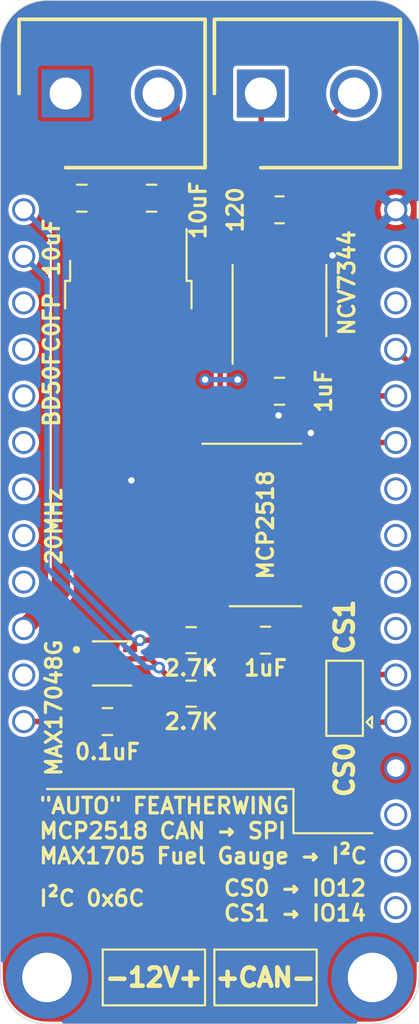
<source format=kicad_pcb>
(kicad_pcb (version 20210108) (generator pcbnew)
  (layers (0 "F.Cu" signal) (31 "B.Cu" signal) (35 "F.Paste" user) (37 "F.SilkS" user "F.Silkscreen") (38 "B.Mask" user) (39 "F.Mask" user) (44 "Edge.Cuts" user))
  (net 0 "")
  (net 1 "SDA")
  (net 2 "SDL")
  (net 3 "Net-(J1-Pad10)")
  (net 4 "Net-(J1-Pad9)")
  (net 5 "Net-(J1-Pad8)")
  (net 6 "Net-(J1-Pad7)")
  (net 7 "Net-(J1-Pad6)")
  (net 8 "Net-(J1-Pad5)")
  (net 9 "Net-(J1-Pad4)")
  (net 10 "+5V")
  (net 11 "Net-(J1-Pad2)")
  (net 12 "+BATT")
  (net 13 "Net-(J2-Pad16)")
  (net 14 "Net-(J2-Pad15)")
  (net 15 "Net-(J2-Pad14)")
  (net 16 "GND")
  (net 17 "Net-(J2-Pad10)")
  (net 18 "Net-(J2-Pad9)")
  (net 19 "Net-(J2-Pad8)")
  (net 20 "Net-(J2-Pad7)")
  (net 21 "SCK")
  (net 22 "SDO")
  (net 23 "SDI")
  (net 24 "Net-(J2-Pad3)")
  (net 25 "Net-(J2-Pad2)")
  (net 26 "+3V3")
  (net 27 "Net-(CAN0-Pad1)")
  (net 28 "Net-(CAN0-Pad2)")
  (net 29 "VCC")
  (net 30 "no_connect_41")
  (net 31 "Net-(IC2-Pad4)")
  (net 32 "Net-(IC2-Pad1)")
  (net 33 "Net-(U1-Pad5)")
  (net 34 "no_connect_40")
  (net 35 "CS")
  (net 36 "Net-(U2-Pad9)")
  (net 37 "no_connect_42")
  (net 38 "Net-(U2-Pad8)")
  (net 39 "Net-(U2-Pad4)")
  (net 40 "SYSCLK")
  (net 41 "~CS1")
  (net 42 "~CS0")
  (footprint "Package_TO_SOT_SMD:TO-252-3_TabPin2" (layer "F.Cu") (at 139.065 93.98 -90)
    (fp_text reference "IC1" hide)
    (fp_text value "BD50FC0FP" (at 5.588 4.191 90) (layer "F.SilkS") (effects (font (size 0.85 0.85) (thickness 0.175)) (justify left)))
    (fp_line (start -2.47 -3.45) (end -2.47 -3.18) (layer "F.SilkS") (width 0.12))
    (fp_line (start -2.47 -3.18) (end -5.3 -3.18) (layer "F.SilkS") (width 0.12))
    (fp_line (start -2.47 3.45) (end -2.47 3.18) (layer "F.SilkS") (width 0.12))
    (fp_line (start -0.97 -3.45) (end -2.47 -3.45) (layer "F.SilkS") (width 0.12))
    (fp_line (start -0.97 3.45) (end -2.47 3.45) (layer "F.SilkS") (width 0.12))
    (fp_line (start -2.47 3.18) (end -3.57 3.18) (layer "F.SilkS") (width 0.12))
    (pad "1" smd rect (at -4.2 -2.28 270) (size 2.2 1.2) (layers "F.Cu" "F.Paste" "F.Mask") (net 29 "VCC"))
    (pad "2" smd rect (at 2.1 0 270) (size 6.4 5.8) (layers "F.Cu" "F.Mask") (net 16 "GND"))
    (pad "2" smd rect (at -4.2 0 270) (size 2.2 1.2) (layers "F.Cu" "F.Paste" "F.Mask") (net 16 "GND"))
    (pad "3" smd rect (at -4.2 2.28 270) (size 2.2 1.2) (layers "F.Cu" "F.Paste" "F.Mask") (net 10 "+5V"))
  )
  (footprint "Capacitor_SMD:C_0805_2012Metric_Pad1.18x1.45mm_HandSolder" (layer "F.Cu") (at 136.525 86.995)
    (fp_text reference "C3" hide)
    (fp_text value "10uF" (at -1.651 1.016 270) (layer "F.SilkS") (effects (font (size 0.85 0.85) (thickness 0.175)) (justify right)))
    (fp_line (start -0.261252 -0.735) (end 0.261252 -0.735) (layer "F.SilkS") (width 0.12))
    (fp_line (start -0.261252 0.735) (end 0.261252 0.735) (layer "F.SilkS") (width 0.12))
    (pad "1" smd roundrect (at -1.0375 0) (size 1.175 1.45) (layers "F.Cu" "F.Paste" "F.Mask") (roundrect_rratio 0.2127659574468085) (net 10 "+5V"))
    (pad "2" smd roundrect (at 1.0375 0) (size 1.175 1.45) (layers "F.Cu" "F.Paste" "F.Mask") (roundrect_rratio 0.2127659574468085) (net 16 "GND"))
  )
  (footprint "Capacitor_SMD:C_0805_2012Metric_Pad1.18x1.45mm_HandSolder" (layer "F.Cu") (at 147.32 97.536 180)
    (fp_text reference "C5" hide)
    (fp_text value "1uF" (at -2.413 0 90) (layer "F.SilkS") (effects (font (size 0.85 0.85) (thickness 0.175))))
    (fp_line (start -0.261252 -0.735) (end 0.261252 -0.735) (layer "F.SilkS") (width 0.12))
    (fp_line (start -0.261252 0.735) (end 0.261252 0.735) (layer "F.SilkS") (width 0.12))
    (pad "1" smd roundrect (at -1.0375 0 180) (size 1.175 1.45) (layers "F.Cu" "F.Paste" "F.Mask") (roundrect_rratio 0.2127659574468085) (net 26 "+3V3"))
    (pad "2" smd roundrect (at 1.0375 0 180) (size 1.175 1.45) (layers "F.Cu" "F.Paste" "F.Mask") (roundrect_rratio 0.2127659574468085) (net 16 "GND"))
  )
  (footprint "Resistor_SMD:R_0805_2012Metric_Pad1.20x1.40mm_HandSolder" (layer "F.Cu") (at 147.32 87.63)
    (fp_text reference "R1" hide)
    (fp_text value "120" (at -2.413 0 90) (layer "F.SilkS") (effects (font (size 0.85 0.85) (thickness 0.175))))
    (fp_line (start -0.227064 0.735) (end 0.227064 0.735) (layer "F.SilkS") (width 0.12))
    (fp_line (start -0.227064 -0.735) (end 0.227064 -0.735) (layer "F.SilkS") (width 0.12))
    (pad "1" smd roundrect (at -1 0) (size 1.2 1.4) (layers "F.Cu" "F.Paste" "F.Mask") (roundrect_rratio 0.2083333333333333) (net 27 "Net-(CAN0-Pad1)"))
    (pad "2" smd roundrect (at 1 0) (size 1.2 1.4) (layers "F.Cu" "F.Paste" "F.Mask") (roundrect_rratio 0.2083333333333333) (net 28 "Net-(CAN0-Pad2)"))
  )
  (footprint "Capacitor_SMD:C_0805_2012Metric_Pad1.18x1.45mm_HandSolder" (layer "F.Cu") (at 140.335 86.995 180)
    (fp_text reference "C2" hide)
    (fp_text value "10uF" (at -2.54 1.016 270) (layer "F.SilkS") (effects (font (size 0.85 0.85) (thickness 0.175)) (justify right)))
    (fp_line (start -0.261252 0.735) (end 0.261252 0.735) (layer "F.SilkS") (width 0.12))
    (fp_line (start -0.261252 -0.735) (end 0.261252 -0.735) (layer "F.SilkS") (width 0.12))
    (pad "1" smd roundrect (at -1.0375 0 180) (size 1.175 1.45) (layers "F.Cu" "F.Paste" "F.Mask") (roundrect_rratio 0.2127659574468085) (net 29 "VCC"))
    (pad "2" smd roundrect (at 1.0375 0 180) (size 1.175 1.45) (layers "F.Cu" "F.Paste" "F.Mask") (roundrect_rratio 0.2127659574468085) (net 16 "GND"))
  )
  (footprint "Capacitor_SMD:C_0805_2012Metric_Pad1.18x1.45mm_HandSolder" (layer "F.Cu") (at 137.922 115.57 180)
    (fp_text reference "C1" hide)
    (fp_text value "0.1uF" (at 0 -1.651) (layer "F.SilkS") (effects (font (size 0.85 0.85) (thickness 0.175))))
    (fp_line (start -0.261252 0.735) (end 0.261252 0.735) (layer "F.SilkS") (width 0.12))
    (fp_line (start -0.261252 -0.735) (end 0.261252 -0.735) (layer "F.SilkS") (width 0.12))
    (pad "1" smd roundrect (at -1.0375 0 180) (size 1.175 1.45) (layers "F.Cu" "F.Paste" "F.Mask") (roundrect_rratio 0.2127659574468085) (net 16 "GND"))
    (pad "2" smd roundrect (at 1.0375 0 180) (size 1.175 1.45) (layers "F.Cu" "F.Paste" "F.Mask") (roundrect_rratio 0.2127659574468085) (net 12 "+BATT"))
  )
  (footprint "" (layer "F.Cu") (at 152.4 129.54 -90)
    (fp_text reference "" hide)
    (fp_text value "" hide)
    (pad "1" thru_hole circle (at 0 0 270) (size 4.5 4.5) (drill 2.7) (layers *.Cu *.Mask) (net 16 "GND"))
  )
  (footprint "Footprints:Phoenix_1985865" (layer "F.Cu") (at 135.636 81.28)
    (fp_text reference "J3" hide)
    (fp_text value "Conn_01x02" hide)
    (fp_line (start 0 4.05) (end 7.62 4.05) (layer "F.SilkS") (width 0.2))
    (fp_line (start 7.62 -4.05) (end -2.54 -4.05) (layer "F.SilkS") (width 0.2))
    (fp_line (start -2.54 -4.05) (end -2.54 0) (layer "F.SilkS") (width 0.2))
    (fp_line (start 7.62 4.05) (end 7.62 -4.05) (layer "F.SilkS") (width 0.2))
    (pad "1" thru_hole rect (at 0 0) (size 2.625 2.625) (drill 1.75) (layers *.Cu *.Mask) (net 16 "GND"))
    (pad "2" thru_hole circle (at 5.08 0) (size 2.625 2.625) (drill 1.75) (layers *.Cu *.Mask) (net 29 "VCC"))
  )
  (footprint "" (layer "F.Cu") (at 134.62 129.54 -90)
    (fp_text reference "" hide)
    (fp_text value "" (at 0 0 90) (layer "F.SilkS") (effects (font (size 0.85 0.85) (thickness 0.175))))
    (pad "" thru_hole circle (at 0 0 270) (size 4.5 4.5) (drill 2.7) (layers *.Cu *.Mask) (net 16 "GND"))
  )
  (footprint "Footprints:RoundPinHeader_1x12" (layer "F.Cu") (at 133.35 115.57)
    (fp_text reference "J1" hide)
    (fp_text value "Conn_01x12" hide)
    (pad "1" thru_hole circle (at 0 0) (size 1.27 1.27) (drill 0.95) (layers *.Cu *.Mask) (net 12 "+BATT"))
    (pad "2" thru_hole circle (at 0 -2.54) (size 1.27 1.27) (drill 0.95) (layers *.Cu *.Mask) (net 11 "Net-(J1-Pad2)"))
    (pad "3" thru_hole circle (at 0 -5.08) (size 1.27 1.27) (drill 0.95) (layers *.Cu *.Mask) (net 10 "+5V"))
    (pad "4" thru_hole circle (at 0 -7.62) (size 1.27 1.27) (drill 0.95) (layers *.Cu *.Mask) (net 9 "Net-(J1-Pad4)"))
    (pad "5" thru_hole circle (at 0 -10.16) (size 1.27 1.27) (drill 0.95) (layers *.Cu *.Mask) (net 8 "Net-(J1-Pad5)"))
    (pad "6" thru_hole circle (at 0 -12.7) (size 1.27 1.27) (drill 0.95) (layers *.Cu *.Mask) (net 7 "Net-(J1-Pad6)"))
    (pad "7" thru_hole circle (at 0 -15.24) (size 1.27 1.27) (drill 0.95) (layers *.Cu *.Mask) (net 6 "Net-(J1-Pad7)"))
    (pad "8" thru_hole circle (at 0 -17.78) (size 1.27 1.27) (drill 0.95) (layers *.Cu *.Mask) (net 5 "Net-(J1-Pad8)"))
    (pad "9" thru_hole circle (at 0 -20.32) (size 1.27 1.27) (drill 0.95) (layers *.Cu *.Mask) (net 4 "Net-(J1-Pad9)"))
    (pad "10" thru_hole circle (at 0 -22.86) (size 1.27 1.27) (drill 0.95) (layers *.Cu *.Mask) (net 3 "Net-(J1-Pad10)"))
    (pad "11" thru_hole circle (at 0 -25.4) (size 1.27 1.27) (drill 0.95) (layers *.Cu *.Mask) (net 2 "SDL"))
    (pad "12" thru_hole circle (at 0 -27.94) (size 1.27 1.27) (drill 0.95) (layers *.Cu *.Mask) (net 1 "SDA"))
  )
  (footprint "Capacitor_SMD:C_0805_2012Metric_Pad1.18x1.45mm_HandSolder" (layer "F.Cu") (at 146.558 111.125)
    (fp_text reference "C4" hide)
    (fp_text value "1uF" (at 0 1.524) (layer "F.SilkS") (effects (font (size 0.85 0.85) (thickness 0.175))))
    (fp_line (start -0.261252 -0.735) (end 0.261252 -0.735) (layer "F.SilkS") (width 0.12))
    (fp_line (start -0.261252 0.735) (end 0.261252 0.735) (layer "F.SilkS") (width 0.12))
    (pad "1" smd roundrect (at -1.0375 0) (size 1.175 1.45) (layers "F.Cu" "F.Paste" "F.Mask") (roundrect_rratio 0.2127659574468085) (net 26 "+3V3"))
    (pad "2" smd roundrect (at 1.0375 0) (size 1.175 1.45) (layers "F.Cu" "F.Paste" "F.Mask") (roundrect_rratio 0.2127659574468085) (net 16 "GND"))
  )
  (footprint "Resistor_SMD:R_0805_2012Metric_Pad1.15x1.40mm_HandSolder" (layer "F.Cu") (at 142.494 114.046)
    (fp_text reference "R2" hide)
    (fp_text value "2.7K" (at 0 1.524) (layer "F.SilkS") (effects (font (size 0.85 0.85) (thickness 0.175))))
    (fp_line (start -0.261252 0.71) (end 0.261252 0.71) (layer "F.SilkS") (width 0.12))
    (fp_line (start -0.261252 -0.71) (end 0.261252 -0.71) (layer "F.SilkS") (width 0.12))
    (pad "1" smd roundrect (at -1.025 0) (size 1.15 1.4) (layers "F.Cu" "F.Paste" "F.Mask") (roundrect_rratio 0.2173913043478261) (net 2 "SDL"))
    (pad "2" smd roundrect (at 1.025 0) (size 1.15 1.4) (layers "F.Cu" "F.Paste" "F.Mask") (roundrect_rratio 0.2173913043478261) (net 26 "+3V3"))
  )
  (footprint "Jumper:SolderJumper-3_P1.3mm_Open_Pad1.0x1.5mm" (layer "F.Cu") (at 150.876 114.3 90)
    (fp_text reference "JP1" hide)
    (fp_text value "CS0" hide)
    (fp_line (start 2.05 1) (end -2.05 1) (layer "F.SilkS") (width 0.12))
    (fp_line (start 2.05 -1) (end 2.05 1) (layer "F.SilkS") (width 0.12))
    (fp_line (start -2.05 1) (end -2.05 -1) (layer "F.SilkS") (width 0.12))
    (fp_line (start -2.05 -1) (end 2.05 -1) (layer "F.SilkS") (width 0.12))
    (fp_line (start -1.3 1.2) (end -1.6 1.5) (layer "F.SilkS") (width 0.12))
    (fp_line (start -1.3 1.2) (end -1 1.5) (layer "F.SilkS") (width 0.12))
    (fp_line (start -1.6 1.5) (end -1 1.5) (layer "F.SilkS") (width 0.12))
    (pad "1" smd rect (at -1.3 0 90) (size 1 1.5) (layers "F.Cu" "F.Mask") (net 42 "~CS0"))
    (pad "2" smd rect (at 0 0 90) (size 1 1.5) (layers "F.Cu" "F.Mask") (net 35 "CS"))
    (pad "3" smd rect (at 1.3 0 90) (size 1 1.5) (layers "F.Cu" "F.Mask") (net 41 "~CS1"))
  )
  (footprint "Oscillator:Oscillator_SMD_EuroQuartz_XO91-4Pin_7.0x5.0mm" (layer "F.Cu") (at 139.192 104.902 -90)
    (fp_text reference "X2" hide)
    (fp_text value "20MHz" (at 0 4.191 90) (layer "F.SilkS") (effects (font (size 0.85 0.85) (thickness 0.175))))
    (pad "1" smd rect (at -2.5 2.1 270) (size 2 2) (layers "F.Cu" "F.Paste" "F.Mask") (net 26 "+3V3"))
    (pad "2" smd rect (at 2.5 2.1 270) (size 2 2) (layers "F.Cu" "F.Paste" "F.Mask") (net 16 "GND"))
    (pad "3" smd rect (at 2.5 -2.1 270) (size 2 2) (layers "F.Cu" "F.Paste" "F.Mask") (net 40 "SYSCLK"))
    (pad "4" smd rect (at -2.5 -2.1 270) (size 2 2) (layers "F.Cu" "F.Paste" "F.Mask") (net 26 "+3V3"))
  )
  (footprint "Resistor_SMD:R_0805_2012Metric_Pad1.15x1.40mm_HandSolder" (layer "F.Cu") (at 142.494 111.125)
    (fp_text reference "R3" hide)
    (fp_text value "2.7K" (at 0 1.524) (layer "F.SilkS") (effects (font (size 0.85 0.85) (thickness 0.175))))
    (fp_line (start -0.261252 0.71) (end 0.261252 0.71) (layer "F.SilkS") (width 0.12))
    (fp_line (start -0.261252 -0.71) (end 0.261252 -0.71) (layer "F.SilkS") (width 0.12))
    (pad "1" smd roundrect (at -1.025 0) (size 1.15 1.4) (layers "F.Cu" "F.Paste" "F.Mask") (roundrect_rratio 0.2173913043478261) (net 1 "SDA"))
    (pad "2" smd roundrect (at 1.025 0) (size 1.15 1.4) (layers "F.Cu" "F.Paste" "F.Mask") (roundrect_rratio 0.2173913043478261) (net 26 "+3V3"))
  )
  (footprint "Package_SO:SOIC-14_3.9x8.7mm_P1.27mm" (layer "F.Cu") (at 146.558 104.837)
    (fp_text reference "U2" hide)
    (fp_text value "MCP2518" (at 0 0 270) (layer "F.SilkS") (effects (font (size 0.85 0.85) (thickness 0.175))))
    (fp_line (start 0 4.435) (end 1.95 4.435) (layer "F.SilkS") (width 0.12))
    (fp_line (start 0 -4.435) (end -3.45 -4.435) (layer "F.SilkS") (width 0.12))
    (fp_line (start 0 4.435) (end -1.95 4.435) (layer "F.SilkS") (width 0.12))
    (fp_line (start 0 -4.435) (end 1.95 -4.435) (layer "F.SilkS") (width 0.12))
    (pad "1" smd roundrect (at -2.475 -3.81) (size 1.95 0.6) (layers "F.Cu" "F.Paste" "F.Mask") (net 32 "Net-(IC2-Pad1)"))
    (pad "2" smd roundrect (at -2.475 -2.54) (size 1.95 0.6) (layers "F.Cu" "F.Paste" "F.Mask") (net 31 "Net-(IC2-Pad4)"))
    (pad "3" smd roundrect (at -2.475 -1.27) (size 1.95 0.6) (layers "F.Cu" "F.Paste" "F.Mask") (net 30 "no_connect_41"))
    (pad "4" smd roundrect (at -2.475 0) (size 1.95 0.6) (layers "F.Cu" "F.Paste" "F.Mask") (net 39 "Net-(U2-Pad4)"))
    (pad "5" smd roundrect (at -2.475 1.27) (size 1.95 0.6) (layers "F.Cu" "F.Paste" "F.Mask") (net 37 "no_connect_42"))
    (pad "6" smd roundrect (at -2.475 2.54) (size 1.95 0.6) (layers "F.Cu" "F.Paste" "F.Mask") (net 40 "SYSCLK"))
    (pad "7" smd roundrect (at -2.475 3.81) (size 1.95 0.6) (layers "F.Cu" "F.Paste" "F.Mask") (net 16 "GND"))
    (pad "8" smd roundrect (at 2.475 3.81) (size 1.95 0.6) (layers "F.Cu" "F.Paste" "F.Mask") (net 38 "Net-(U2-Pad8)"))
    (pad "9" smd roundrect (at 2.475 2.54) (size 1.95 0.6) (layers "F.Cu" "F.Paste" "F.Mask") (net 36 "Net-(U2-Pad9)"))
    (pad "10" smd roundrect (at 2.475 1.27) (size 1.95 0.6) (layers "F.Cu" "F.Paste" "F.Mask") (net 21 "SCK"))
    (pad "11" smd roundrect (at 2.475 0) (size 1.95 0.6) (layers "F.Cu" "F.Paste" "F.Mask") (net 23 "SDI"))
    (pad "12" smd roundrect (at 2.475 -1.27) (size 1.95 0.6) (layers "F.Cu" "F.Paste" "F.Mask") (net 22 "SDO"))
    (pad "13" smd roundrect (at 2.475 -2.54) (size 1.95 0.6) (layers "F.Cu" "F.Paste" "F.Mask") (net 35 "CS"))
    (pad "14" smd roundrect (at 2.475 -3.81) (size 1.95 0.6) (layers "F.Cu" "F.Paste" "F.Mask") (net 26 "+3V3"))
  )
  (footprint "Footprints:RoundPinHeader_1x16" (layer "F.Cu") (at 153.67 87.63 180)
    (fp_text reference "J2" hide)
    (fp_text value "CAN" hide)
    (pad "1" thru_hole circle (at 0 0 180) (size 1.27 1.27) (drill 0.95) (layers *.Cu *.Mask) (net 26 "+3V3"))
    (pad "2" thru_hole circle (at 0 -2.54 180) (size 1.27 1.27) (drill 0.95) (layers *.Cu *.Mask) (net 25 "Net-(J2-Pad2)"))
    (pad "3" thru_hole circle (at 0 -5.08 180) (size 1.27 1.27) (drill 0.95) (layers *.Cu *.Mask) (net 24 "Net-(J2-Pad3)"))
    (pad "4" thru_hole circle (at 0 -7.62 180) (size 1.27 1.27) (drill 0.95) (layers *.Cu *.Mask) (net 23 "SDI"))
    (pad "5" thru_hole circle (at 0 -10.16 180) (size 1.27 1.27) (drill 0.95) (layers *.Cu *.Mask) (net 22 "SDO"))
    (pad "6" thru_hole circle (at 0 -12.7 180) (size 1.27 1.27) (drill 0.95) (layers *.Cu *.Mask) (net 21 "SCK"))
    (pad "7" thru_hole circle (at 0 -15.24 180) (size 1.27 1.27) (drill 0.95) (layers *.Cu *.Mask) (net 20 "Net-(J2-Pad7)"))
    (pad "8" thru_hole circle (at 0 -17.78 180) (size 1.27 1.27) (drill 0.95) (layers *.Cu *.Mask) (net 19 "Net-(J2-Pad8)"))
    (pad "9" thru_hole circle (at 0 -20.32 180) (size 1.27 1.27) (drill 0.95) (layers *.Cu *.Mask) (net 18 "Net-(J2-Pad9)"))
    (pad "10" thru_hole circle (at 0 -22.86 180) (size 1.27 1.27) (drill 0.95) (layers *.Cu *.Mask) (net 17 "Net-(J2-Pad10)"))
    (pad "11" thru_hole circle (at 0 -25.4 180) (size 1.27 1.27) (drill 0.95) (layers *.Cu *.Mask) (net 41 "~CS1"))
    (pad "12" thru_hole circle (at 0 -27.94 180) (size 1.27 1.27) (drill 0.95) (layers *.Cu *.Mask) (net 42 "~CS0"))
    (pad "13" thru_hole circle (at 0 -30.48 180) (size 1.27 1.27) (drill 0.95) (layers *.Cu *.Mask) (net 16 "GND"))
    (pad "14" thru_hole circle (at 0 -33.02 180) (size 1.27 1.27) (drill 0.95) (layers *.Cu *.Mask) (net 15 "Net-(J2-Pad14)"))
    (pad "15" thru_hole circle (at 0 -35.56 180) (size 1.27 1.27) (drill 0.95) (layers *.Cu *.Mask) (net 14 "Net-(J2-Pad15)"))
    (pad "16" thru_hole circle (at 0 -38.1 180) (size 1.27 1.27) (drill 0.95) (layers *.Cu *.Mask) (net 13 "Net-(J2-Pad16)"))
  )
  (footprint "Package_SO:SOIC-8-1EP_3.9x4.9mm_P1.27mm_EP2.29x3mm" (layer "F.Cu") (at 147.32 92.583 90)
    (fp_text reference "IC2" hide)
    (fp_text value "NCV7344" (at 3.937 3.683 90) (layer "F.SilkS") (effects (font (size 0.85 0.85) (thickness 0.175)) (justify right)))
    (fp_line (start 0 -2.56) (end 1.95 -2.56) (layer "F.SilkS") (width 0.12))
    (fp_line (start 0 -2.56) (end -3.45 -2.56) (layer "F.SilkS") (width 0.12))
    (fp_line (start 0 2.56) (end -1.95 2.56) (layer "F.SilkS") (width 0.12))
    (fp_line (start 0 2.56) (end 1.95 2.56) (layer "F.SilkS") (width 0.12))
    (pad "1" smd roundrect (at -2.475 -1.905 90) (size 1.95 0.6) (layers "F.Cu" "F.Paste" "F.Mask") (net 32 "Net-(IC2-Pad1)"))
    (pad "2" smd roundrect (at -2.475 -0.635 90) (size 1.95 0.6) (layers "F.Cu" "F.Paste" "F.Mask") (net 16 "GND"))
    (pad "3" smd roundrect (at -2.475 0.635 90) (size 1.95 0.6) (layers "F.Cu" "F.Paste" "F.Mask") (net 26 "+3V3"))
    (pad "4" smd roundrect (at -2.475 1.905 90) (size 1.95 0.6) (layers "F.Cu" "F.Paste" "F.Mask") (net 31 "Net-(IC2-Pad4)"))
    (pad "5" smd roundrect (at 2.475 1.905 90) (size 1.95 0.6) (layers "F.Cu" "F.Paste" "F.Mask") (net 26 "+3V3"))
    (pad "6" smd roundrect (at 2.475 0.635 90) (size 1.95 0.6) (layers "F.Cu" "F.Paste" "F.Mask") (net 28 "Net-(CAN0-Pad2)"))
    (pad "7" smd roundrect (at 2.475 -0.635 90) (size 1.95 0.6) (layers "F.Cu" "F.Paste" "F.Mask") (net 27 "Net-(CAN0-Pad1)"))
    (pad "8" smd roundrect (at 2.475 -1.905 90) (size 1.95 0.6) (layers "F.Cu" "F.Paste" "F.Mask") (net 34 "no_connect_40"))
    (pad "9" smd rect (at 0 0 90) (size 2.29 3) (layers "F.Cu" "F.Mask"))
  )
  (footprint "Footprints:Phoenix_1985865" (layer "F.Cu") (at 146.304 81.28)
    (fp_text reference "CAN0" hide)
    (fp_text value "Conn_01x02" hide)
    (fp_line (start 7.62 4.05) (end 7.62 -4.05) (layer "F.SilkS") (width 0.2))
    (fp_line (start -2.54 -4.05) (end -2.54 0) (layer "F.SilkS") (width 0.2))
    (fp_line (start 0 4.05) (end 7.62 4.05) (layer "F.SilkS") (width 0.2))
    (fp_line (start 7.62 -4.05) (end -2.54 -4.05) (layer "F.SilkS") (width 0.2))
    (pad "1" thru_hole rect (at 0 0) (size 2.625 2.625) (drill 1.75) (layers *.Cu *.Mask) (net 27 "Net-(CAN0-Pad1)"))
    (pad "2" thru_hole circle (at 5.08 0) (size 2.625 2.625) (drill 1.75) (layers *.Cu *.Mask) (net 28 "Net-(CAN0-Pad2)"))
  )
  (footprint "Footprints:SON50P200X200X80-9N" (layer "F.Cu") (at 138.176 112.395)
    (fp_text reference "U1" hide)
    (fp_text value "MAX17048G" (at -3.175 -1.397 270) (layer "F.SilkS") (effects (font (size 0.85 0.85) (thickness 0.175)) (justify right)))
    (fp_line (start -1.05 1.205) (end 1.05 1.205) (layer "F.SilkS") (width 0.127))
    (fp_line (start -1.05 -1.205) (end 1.05 -1.205) (layer "F.SilkS") (width 0.127))
    (fp_circle (center -1.945 -0.75) (end -1.845 -0.75) (layer "F.SilkS") (width 0.2) (fill none))
    (pad "1" smd rect (at -0.985 -0.75) (size 0.76 0.27) (layers "F.Cu" "F.Paste" "F.Mask") (net 16 "GND"))
    (pad "2" smd rect (at -0.985 -0.25) (size 0.76 0.27) (layers "F.Cu" "F.Paste" "F.Mask") (net 12 "+BATT"))
    (pad "3" smd rect (at -0.985 0.25) (size 0.76 0.27) (layers "F.Cu" "F.Paste" "F.Mask") (net 12 "+BATT"))
    (pad "4" smd rect (at -0.985 0.75) (size 0.76 0.27) (layers "F.Cu" "F.Paste" "F.Mask") (net 16 "GND"))
    (pad "5" smd rect (at 0.985 0.75) (size 0.76 0.27) (layers "F.Cu" "F.Paste" "F.Mask") (net 33 "Net-(U1-Pad5)"))
    (pad "6" smd rect (at 0.985 0.25) (size 0.76 0.27) (layers "F.Cu" "F.Paste" "F.Mask") (net 16 "GND"))
    (pad "7" smd rect (at 0.985 -0.25) (size 0.76 0.27) (layers "F.Cu" "F.Paste" "F.Mask") (net 2 "SDL"))
    (pad "8" smd rect (at 0.985 -0.75) (size 0.76 0.27) (layers "F.Cu" "F.Paste" "F.Mask") (net 1 "SDA"))
    (pad "9" smd rect (at 0 0) (size 0.9 1.3) (layers "F.Cu" "F.Mask") (net 16 "GND"))
  )
  (gr_rect (start 137.668 128.016) (end 143.256 131.064) (layer "F.SilkS") (width 0.12) (fill none))
  (gr_line (start 148.082 121.666) (end 152.4 121.666) (layer "F.SilkS") (width 0.12))
  (gr_line (start 134.62 119.253) (end 148.082 119.253) (layer "F.SilkS") (width 0.12))
  (gr_rect (start 143.764 128.016) (end 149.352 131.064) (layer "F.SilkS") (width 0.12) (fill none))
  (gr_line (start 148.082 119.253) (end 148.082 121.666) (layer "F.SilkS") (width 0.12))
  (gr_arc (start 152.4 129.54) (end 154.94 129.54) (angle 90) (layer "Edge.Cuts") (width 0.05))
  (gr_line (start 152.4 132.08) (end 134.62 132.08) (layer "Edge.Cuts") (width 0.05))
  (gr_line (start 132.08 129.54) (end 132.08 78.74) (layer "Edge.Cuts") (width 0.05))
  (gr_arc (start 134.62 129.54) (end 132.08 129.54) (angle -90) (layer "Edge.Cuts") (width 0.05))
  (gr_line (start 154.94 78.74) (end 154.94 129.54) (layer "Edge.Cuts") (width 0.05))
  (gr_line (start 134.62 76.2) (end 152.4 76.2) (layer "Edge.Cuts") (width 0.05))
  (gr_arc (start 134.62 78.74) (end 134.62 76.2) (angle -90) (layer "Edge.Cuts") (width 0.05))
  (gr_arc (start 152.4 78.74) (end 154.94 78.74) (angle -90) (layer "Edge.Cuts") (width 0.05))
  (gr_text "CS0" (at 150.876 116.586 90) (layer "F.SilkS") (effects (font (size 1 1) (thickness 0.25)) (justify right)))
  (gr_text "-12V+" (at 140.462 129.54) (layer "F.SilkS") (effects (font (size 1 1) (thickness 0.25))))
  (gr_text "CS1" (at 150.876 112.014 90) (layer "F.SilkS") (effects (font (size 1 1) (thickness 0.25)) (justify left)))
  (gr_text "I²C 0x6C" (at 134.112 125.222) (layer "F.SilkS") (effects (font (size 0.85 0.85) (thickness 0.175)) (justify left)))
  (gr_text "CS0 → IO12\nCS1 → IO14" (at 152.146 125.349) (layer "F.SilkS") (effects (font (size 0.85 0.85) (thickness 0.175)) (justify right)))
  (gr_text "{dblquote}AUTO{dblquote} FEATHERWING\nMCP2518 CAN → SPI\nMAX1705 Fuel Gauge → I²C" (at 134.112 121.539) (layer "F.SilkS") (effects (font (size 0.85 0.85) (thickness 0.175)) (justify left)))
  (gr_text "+CAN-" (at 146.558 129.54) (layer "F.SilkS") (effects (font (size 1 1) (thickness 0.25))))
  (segment (start 141.469 111.125) (end 139.7 111.125) (width 0.3) (layer "F.Cu") (net 1))
  (segment (start 139.681 111.125) (end 139.161 111.645) (width 0.3) (layer "F.Cu") (net 1))
  (segment (start 139.7 111.125) (end 139.681 111.125) (width 0.3) (layer "F.Cu") (net 1))
  (via (at 139.7 111.125) (size 0.65) (drill 0.35) (layers "F.Cu" "B.Cu") (net 1))
  (segment (start 139.264136 111.125) (end 135.128 106.988864) (width 0.3) (layer "B.Cu") (net 1))
  (segment (start 135.128 89.408) (end 133.35 87.63) (width 0.3) (layer "B.Cu") (net 1))
  (segment (start 139.7 111.125) (end 139.264136 111.125) (width 0.3) (layer "B.Cu") (net 1))
  (segment (start 135.128 106.988864) (end 135.128 89.408) (width 0.3) (layer "B.Cu") (net 1))
  (segment (start 141.469 113.346) (end 141.469 114.046) (width 0.3) (layer "F.Cu") (net 2))
  (segment (start 140.268 112.145) (end 140.744 112.621) (width 0.3) (layer "F.Cu") (net 2))
  (segment (start 139.161 112.145) (end 140.268 112.145) (width 0.3) (layer "F.Cu") (net 2))
  (segment (start 140.744 112.621) (end 141.469 113.346) (width 0.3) (layer "F.Cu") (net 2))
  (via (at 140.744 112.621) (size 0.65) (drill 0.35) (layers "F.Cu" "B.Cu") (net 2))
  (segment (start 140.744 112.621) (end 140.053 112.621) (width 0.3) (layer "B.Cu") (net 2))
  (segment (start 140.053 112.621) (end 134.62 107.188) (width 0.3) (layer "B.Cu") (net 2))
  (segment (start 134.62 107.188) (end 134.62 91.44) (width 0.3) (layer "B.Cu") (net 2))
  (segment (start 134.62 91.44) (end 133.35 90.17) (width 0.3) (layer "B.Cu") (net 2))
  (segment (start 135.382 88.588) (end 135.382 108.458) (width 1) (layer "F.Cu") (net 10))
  (segment (start 136.785 89.78) (end 135.4875 88.4825) (width 1) (layer "F.Cu") (net 10))
  (segment (start 135.4875 88.4825) (end 135.382 88.588) (width 1) (layer "F.Cu") (net 10))
  (segment (start 135.382 108.458) (end 133.35 110.49) (width 1) (layer "F.Cu") (net 10))
  (segment (start 135.4875 88.4825) (end 135.4875 86.995) (width 1) (layer "F.Cu") (net 10))
  (segment (start 133.35 115.57) (end 136.8845 115.57) (width 0.3) (layer "F.Cu") (net 12))
  (segment (start 136.460989 112.729991) (end 136.54598 112.645) (width 0.3) (layer "F.Cu") (net 12))
  (segment (start 136.54598 112.645) (end 137.191 112.645) (width 0.3) (layer "F.Cu") (net 12))
  (segment (start 137.191 112.145) (end 137.191 112.645) (width 0.3) (layer "F.Cu") (net 12))
  (segment (start 136.8845 115.57) (end 136.460989 115.146489) (width 0.3) (layer "F.Cu") (net 12))
  (segment (start 136.460989 115.146489) (end 136.460989 112.729991) (width 0.3) (layer "F.Cu") (net 12))
  (via (at 143.256 96.901) (size 0.65) (drill 0.35) (layers "F.Cu" "B.Cu") (net 16))
  (via (at 145.034 96.901) (size 0.65) (drill 0.35) (layers "F.Cu" "B.Cu") (net 16))
  (segment (start 145.034 96.901) (end 143.256 96.901) (width 0.3) (layer "B.Cu") (net 16))
  (segment (start 151.67987 103.309401) (end 151.637986 103.361924) (width 0.3) (layer "F.Cu") (net 21))
  (segment (start 151.009886 104.071945) (end 150.944391 104.086894) (width 0.3) (layer "F.Cu") (net 21))
  (segment (start 152.94586 101.526521) (end 153.009269 101.548709) (width 0.3) (layer "F.Cu") (net 21))
  (segment (start 150.368 105.747) (end 150.008 106.107) (width 0.3) (layer "F.Cu") (net 21))
  (segment (start 153.113653 101.631953) (end 153.149394 101.688834) (width 0.3) (layer "F.Cu") (net 21))
  (segment (start 151.203086 104.116042) (end 151.142559 104.086894) (width 0.3) (layer "F.Cu") (net 21))
  (segment (start 152.278322 104.661973) (end 152.236438 104.714494) (width 0.3) (layer "F.Cu") (net 21))
  (segment (start 151.892 102.419) (end 151.892 103.097271) (width 0.3) (layer "F.Cu") (net 21))
  (segment (start 153.171582 101.752243) (end 153.179104 101.819) (width 0.3) (layer "F.Cu") (net 21))
  (segment (start 151.637985 103.681142) (end 151.67987 103.733665) (width 0.3) (layer "F.Cu") (net 21))
  (segment (start 151.608838 103.42245) (end 151.59389 103.487944) (width 0.3) (layer "F.Cu") (net 21))
  (segment (start 151.637986 103.361924) (end 151.608838 103.42245) (width 0.3) (layer "F.Cu") (net 21))
  (segment (start 153.009269 102.08929) (end 152.94586 102.111478) (width 0.3) (layer "F.Cu") (net 21))
  (segment (start 152.192 102.119) (end 152.125243 102.126521) (width 0.3) (layer "F.Cu") (net 21))
  (segment (start 152.94586 102.111478) (end 152.879104 102.119) (width 0.3) (layer "F.Cu") (net 21))
  (segment (start 152.879104 101.519) (end 152.94586 101.526521) (width 0.3) (layer "F.Cu") (net 21))
  (segment (start 151.892 101.219) (end 151.899521 101.285756) (width 0.3) (layer "F.Cu") (net 21))
  (segment (start 152.278323 104.342753) (end 152.307471 104.403279) (width 0.3) (layer "F.Cu") (net 21))
  (segment (start 151.142559 104.086894) (end 151.077064 104.071945) (width 0.3) (layer "F.Cu") (net 21))
  (segment (start 152.12339 104.785526) (end 152.057895 104.800476) (width 0.3) (layer "F.Cu") (net 21))
  (segment (start 151.990717 104.800475) (end 151.925222 104.785527) (width 0.3) (layer "F.Cu") (net 21))
  (segment (start 152.125243 101.511478) (end 152.192 101.519) (width 0.3) (layer "F.Cu") (net 21))
  (segment (start 152.236438 104.714494) (end 152.183915 104.75638) (width 0.3) (layer "F.Cu") (net 21))
  (segment (start 151.255608 104.157928) (end 151.203086 104.116042) (width 0.3) (layer "F.Cu") (net 21))
  (segment (start 152.781 100.33) (end 151.892 101.219) (width 0.3) (layer "F.Cu") (net 21))
  (segment (start 152.322419 104.468773) (end 152.322418 104.535953) (width 0.3) (layer "F.Cu") (net 21))
  (segment (start 153.06615 101.58445) (end 153.113653 101.631953) (width 0.3) (layer "F.Cu") (net 21))
  (segment (start 153.149394 101.688834) (end 153.171582 101.752243) (width 0.3) (layer "F.Cu") (net 21))
  (segment (start 150.368 104.621272) (end 150.368 105.747) (width 0.3) (layer "F.Cu") (net 21))
  (segment (start 151.921709 102.288834) (end 151.899521 102.352243) (width 0.3) (layer "F.Cu") (net 21))
  (segment (start 153.149394 101.949165) (end 153.113653 102.006046) (width 0.3) (layer "F.Cu") (net 21))
  (segment (start 153.06615 102.053549) (end 153.009269 102.08929) (width 0.3) (layer "F.Cu") (net 21))
  (segment (start 151.899521 101.285756) (end 151.921709 101.349165) (width 0.3) (layer "F.Cu") (net 21))
  (segment (start 151.892 103.097271) (end 151.67987 103.309401) (width 0.3) (layer "F.Cu") (net 21))
  (segment (start 151.077064 104.071945) (end 151.009886 104.071945) (width 0.3) (layer "F.Cu") (net 21))
  (segment (start 151.925222 104.785527) (end 151.864697 104.756379) (width 0.3) (layer "F.Cu") (net 21))
  (segment (start 152.307471 104.403279) (end 152.322419 104.468773) (width 0.3) (layer "F.Cu") (net 21))
  (segment (start 153.171582 101.885756) (end 153.149394 101.949165) (width 0.3) (layer "F.Cu") (net 21))
  (segment (start 152.004953 102.18445) (end 151.95745 102.231953) (width 0.3) (layer "F.Cu") (net 21))
  (segment (start 152.30747 104.601447) (end 152.278322 104.661973) (width 0.3) (layer "F.Cu") (net 21))
  (segment (start 152.879104 102.119) (end 152.192 102.119) (width 0.3) (layer "F.Cu") (net 21))
  (segment (start 152.004953 101.453549) (end 152.061834 101.48929) (width 0.3) (layer "F.Cu") (net 21))
  (segment (start 153.009269 101.548709) (end 153.06615 101.58445) (width 0.3) (layer "F.Cu") (net 21))
  (segment (start 151.921709 101.349165) (end 151.95745 101.406046) (width 0.3) (layer "F.Cu") (net 21))
  (segment (start 152.236438 104.29023) (end 152.278323 104.342753) (width 0.3) (layer "F.Cu") (net 21))
  (segment (start 153.179104 101.819) (end 153.171582 101.885756) (width 0.3) (layer "F.Cu") (net 21))
  (segment (start 152.061834 101.48929) (end 152.125243 101.511478) (width 0.3) (layer "F.Cu") (net 21))
  (segment (start 151.593889 103.555122) (end 151.608837 103.620616) (width 0.3) (layer "F.Cu") (net 21))
  (segment (start 151.812173 104.714494) (end 151.255608 104.157928) (width 0.3) (layer "F.Cu") (net 21))
  (segment (start 152.183915 104.75638) (end 152.12339 104.785526) (width 0.3) (layer "F.Cu") (net 21))
  (segment (start 152.322418 104.535953) (end 152.30747 104.601447) (width 0.3) (layer "F.Cu") (net 21))
  (segment (start 151.864697 104.756379) (end 151.812173 104.714494) (width 0.3) (layer "F.Cu") (net 21))
  (segment (start 151.95745 102.231953) (end 151.921709 102.288834) (width 0.3) (layer "F.Cu") (net 21))
  (segment (start 150.008 106.107) (end 149.033 106.107) (width 0.3) (layer "F.Cu") (net 21))
  (segment (start 151.67987 103.733665) (end 152.236438 104.29023) (width 0.3) (layer "F.Cu") (net 21))
  (segment (start 152.192 101.519) (end 152.879104 101.519) (width 0.3) (layer "F.Cu") (net 21))
  (segment (start 152.125243 102.126521) (end 152.061834 102.148709) (width 0.3) (layer "F.Cu") (net 21))
  (segment (start 150.944391 104.086894) (end 150.883866 104.116042) (width 0.3) (layer "F.Cu") (net 21))
  (segment (start 151.608837 103.620616) (end 151.637985 103.681142) (width 0.3) (layer "F.Cu") (net 21))
  (segment (start 152.057895 104.800476) (end 151.990717 104.800475) (width 0.3) (layer "F.Cu") (net 21))
  (segment (start 153.113653 102.006046) (end 153.06615 102.053549) (width 0.3) (layer "F.Cu") (net 21))
  (segment (start 150.831343 104.157929) (end 150.368 104.621272) (width 0.3) (layer "F.Cu") (net 21))
  (segment (start 152.061834 102.148709) (end 152.004953 102.18445) (width 0.3) (layer "F.Cu") (net 21))
  (segment (start 150.883866 104.116042) (end 150.831343 104.157929) (width 0.3) (layer "F.Cu") (net 21))
  (segment (start 151.899521 102.352243) (end 151.892 102.419) (width 0.3) (layer "F.Cu") (net 21))
  (segment (start 153.67 100.33) (end 152.781 100.33) (width 0.3) (layer "F.Cu") (net 21))
  (segment (start 151.59389 103.487944) (end 151.593889 103.555122) (width 0.3) (layer "F.Cu") (net 21))
  (segment (start 151.95745 101.406046) (end 152.004953 101.453549) (width 0.3) (layer "F.Cu") (net 21))
  (segment (start 150.869731 100.45463) (end 150.876 100.399) (width 0.3) (layer "F.Cu") (net 22))
  (segment (start 150.470127 102.394457) (end 150.430542 102.354872) (width 0.3) (layer "F.Cu") (net 22))
  (segment (start 150.400757 101.10747) (end 150.382268 101.05463) (width 0.3) (layer "F.Cu") (net 22))
  (segment (start 151.059763 97.616618) (end 151.125256 97.60167) (width 0.3) (layer "F.Cu") (net 22))
  (segment (start 150.781872 101.303542) (end 150.73447 101.273757) (width 0.3) (layer "F.Cu") (net 22))
  (segment (start 150.851242 102.590529) (end 150.821457 102.543127) (width 0.3) (layer "F.Cu") (net 22))
  (segment (start 150.904828 98.059394) (end 150.87568 97.998868) (width 0.3) (layer "F.Cu") (net 22))
  (segment (start 150.382268 102.25463) (end 150.376 102.199) (width 0.3) (layer "F.Cu") (net 22))
  (segment (start 150.869731 101.443369) (end 150.851242 101.390529) (width 0.3) (layer "F.Cu") (net 22))
  (segment (start 151.370978 97.687652) (end 151.724533 98.041204) (width 0.3) (layer "F.Cu") (net 22))
  (segment (start 151.916578 99.241523) (end 151.916578 99.174344) (width 0.3) (layer "F.Cu") (net 22))
  (segment (start 151.584874 99.506047) (end 151.652053 99.506047) (width 0.3) (layer "F.Cu") (net 22))
  (segment (start 151.872482 99.367543) (end 151.901629 99.307017) (width 0.3) (layer "F.Cu") (net 22))
  (segment (start 151.903075 98.127187) (end 151.970253 98.127187) (width 0.3) (layer "F.Cu") (net 22))
  (segment (start 151.300265 99.314) (end 151.406332 99.420066) (width 0.3) (layer "F.Cu") (net 22))
  (segment (start 151.257929 97.616619) (end 151.318456 97.645765) (width 0.3) (layer "F.Cu") (net 22))
  (segment (start 151.458854 99.461951) (end 151.51938 99.491098) (width 0.3) (layer "F.Cu") (net 22))
  (segment (start 150.876 100.399) (end 150.876 99.314) (width 0.3) (layer "F.Cu") (net 22))
  (segment (start 150.400757 102.30747) (end 150.382268 102.25463) (width 0.3) (layer "F.Cu") (net 22))
  (segment (start 150.851242 101.390529) (end 150.821457 101.343127) (width 0.3) (layer "F.Cu") (net 22))
  (segment (start 150.382268 102.043369) (end 150.400757 101.990529) (width 0.3) (layer "F.Cu") (net 22))
  (segment (start 150.470127 101.903542) (end 150.517529 101.873757) (width 0.3) (layer "F.Cu") (net 22))
  (segment (start 150.946714 97.687651) (end 150.999236 97.645766) (width 0.3) (layer "F.Cu") (net 22))
  (segment (start 150.851242 100.50747) (end 150.869731 100.45463) (width 0.3) (layer "F.Cu") (net 22))
  (segment (start 151.724533 98.041204) (end 151.777054 98.08309) (width 0.3) (layer "F.Cu") (net 22))
  (segment (start 151.777054 98.08309) (end 151.83758 98.112238) (width 0.3) (layer "F.Cu") (net 22))
  (segment (start 150.87568 97.8007) (end 150.904828 97.740174) (width 0.3) (layer "F.Cu") (net 22))
  (segment (start 151.318456 97.645765) (end 151.370978 97.687652) (width 0.3) (layer "F.Cu") (net 22))
  (segment (start 153.024497 97.79) (end 153.67 97.79) (width 0.3) (layer "F.Cu") (net 22))
  (segment (start 150.570369 100.655268) (end 150.68163 100.642731) (width 0.3) (layer "F.Cu") (net 22))
  (segment (start 151.652053 99.506047) (end 151.717547 99.491098) (width 0.3) (layer "F.Cu") (net 22))
  (segment (start 150.904828 97.740174) (end 150.946714 97.687651) (width 0.3) (layer "F.Cu") (net 22))
  (segment (start 150.821457 100.554872) (end 150.851242 100.50747) (width 0.3) (layer "F.Cu") (net 22))
  (segment (start 151.830596 98.995801) (end 151.300267 98.465468) (width 0.3) (layer "F.Cu") (net 22))
  (segment (start 150.517529 101.873757) (end 150.570369 101.855268) (width 0.3) (layer "F.Cu") (net 22))
  (segment (start 150.821457 101.343127) (end 150.781872 101.303542) (width 0.3) (layer "F.Cu") (net 22))
  (segment (start 151.83758 98.112238) (end 151.903075 98.127187) (width 0.3) (layer "F.Cu") (net 22))
  (segment (start 150.376 102.199) (end 150.376 102.099) (width 0.3) (layer "F.Cu") (net 22))
  (segment (start 151.300267 98.465468) (end 150.946714 98.111915) (width 0.3) (layer "F.Cu") (net 22))
  (segment (start 150.73447 101.273757) (end 150.68163 101.255268) (width 0.3) (layer "F.Cu") (net 22))
  (segment (start 150.73447 101.824242) (end 150.781872 101.794457) (width 0.3) (layer "F.Cu") (net 22))
  (segment (start 150.517529 102.424242) (end 150.470127 102.394457) (width 0.3) (layer "F.Cu") (net 22))
  (segment (start 152.4 97.79) (end 153.024497 97.79) (width 0.3) (layer "F.Cu") (net 22))
  (segment (start 150.008 103.567) (end 150.876 102.699) (width 0.3) (layer "F.Cu") (net 22))
  (segment (start 150.876 101.499) (end 150.869731 101.443369) (width 0.3) (layer "F.Cu") (net 22))
  (segment (start 150.400757 101.990529) (end 150.430542 101.943127) (width 0.3) (layer "F.Cu") (net 22))
  (segment (start 150.430542 101.943127) (end 150.470127 101.903542) (width 0.3) (layer "F.Cu") (net 22))
  (segment (start 150.999236 97.645766) (end 151.059763 97.616618) (width 0.3) (layer "F.Cu") (net 22))
  (segment (start 151.054543 99.228018) (end 151.121722 99.228018) (width 0.3) (layer "F.Cu") (net 22))
  (segment (start 150.821457 102.543127) (end 150.781872 102.503542) (width 0.3) (layer "F.Cu") (net 22))
  (segment (start 150.73447 102.473757) (end 150.68163 102.455268) (width 0.3) (layer "F.Cu") (net 22))
  (segment (start 152.035748 98.112238) (end 152.096274 98.08309) (width 0.3) (layer "F.Cu") (net 22))
  (segment (start 150.68163 102.455268) (end 150.570369 102.442731) (width 0.3) (layer "F.Cu") (net 22))
  (segment (start 150.570369 101.855268) (end 150.68163 101.842731) (width 0.3) (layer "F.Cu") (net 22))
  (segment (start 150.869731 102.643369) (end 150.851242 102.590529) (width 0.3) (layer "F.Cu") (net 22))
  (segment (start 151.778073 99.461951) (end 151.830596 99.420066) (width 0.3) (layer "F.Cu") (net 22))
  (segment (start 150.876 99.314) (end 150.928523 99.272114) (width 0.3) (layer "F.Cu") (net 22))
  (segment (start 151.192436 97.601669) (end 151.257929 97.616619) (width 0.3) (layer "F.Cu") (net 22))
  (segment (start 151.970253 98.127187) (end 152.035748 98.112238) (width 0.3) (layer "F.Cu") (net 22))
  (segment (start 150.400757 100.790529) (end 150.430542 100.743127) (width 0.3) (layer "F.Cu") (net 22))
  (segment (start 149.033 103.567) (end 150.008 103.567) (width 0.3) (layer "F.Cu") (net 22))
  (segment (start 150.860731 97.866195) (end 150.87568 97.8007) (width 0.3) (layer "F.Cu") (net 22))
  (segment (start 150.68163 100.642731) (end 150.73447 100.624242) (width 0.3) (layer "F.Cu") (net 22))
  (segment (start 150.876 102.699) (end 150.869731 102.643369) (width 0.3) (layer "F.Cu") (net 22))
  (segment (start 150.470127 100.703542) (end 150.517529 100.673757) (width 0.3) (layer "F.Cu") (net 22))
  (segment (start 152.148797 98.041204) (end 152.4 97.79) (width 0.3) (layer "F.Cu") (net 22))
  (segment (start 150.376 102.099) (end 150.382268 102.043369) (width 0.3) (layer "F.Cu") (net 22))
  (segment (start 150.382268 100.843369) (end 150.400757 100.790529) (width 0.3) (layer "F.Cu") (net 22))
  (segment (start 151.901629 99.307017) (end 151.916578 99.241523) (width 0.3) (layer "F.Cu") (net 22))
  (segment (start 150.376 100.999) (end 150.376 100.899) (width 0.3) (layer "F.Cu") (net 22))
  (segment (start 151.121722 99.228018) (end 151.187216 99.242967) (width 0.3) (layer "F.Cu") (net 22))
  (segment (start 150.376 100.899) (end 150.382268 100.843369) (width 0.3) (layer "F.Cu") (net 22))
  (segment (start 150.781872 101.794457) (end 150.821457 101.754872) (width 0.3) (layer "F.Cu") (net 22))
  (segment (start 150.430542 101.154872) (end 150.400757 101.10747) (width 0.3) (layer "F.Cu") (net 22))
  (segment (start 150.382268 101.05463) (end 150.376 100.999) (width 0.3) (layer "F.Cu") (net 22))
  (segment (start 150.876 101.599) (end 150.876 101.499) (width 0.3) (layer "F.Cu") (net 22))
  (segment (start 150.946714 98.111915) (end 150.904828 98.059394) (width 0.3) (layer "F.Cu") (net 22))
  (segment (start 150.68163 101.842731) (end 150.73447 101.824242) (width 0.3) (layer "F.Cu") (net 22))
  (segment (start 150.470127 101.194457) (end 150.430542 101.154872) (width 0.3) (layer "F.Cu") (net 22))
  (segment (start 150.430542 100.743127) (end 150.470127 100.703542) (width 0.3) (layer "F.Cu") (net 22))
  (segment (start 150.517529 101.224242) (end 150.470127 101.194457) (width 0.3) (layer "F.Cu") (net 22))
  (segment (start 150.860731 97.933373) (end 150.860731 97.866195) (width 0.3) (layer "F.Cu") (net 22))
  (segment (start 150.989049 99.242967) (end 151.054543 99.228018) (width 0.3) (layer "F.Cu") (net 22))
  (segment (start 150.570369 102.442731) (end 150.517529 102.424242) (width 0.3) (layer "F.Cu") (net 22))
  (segment (start 151.717547 99.491098) (end 151.778073 99.461951) (width 0.3) (layer "F.Cu") (net 22))
  (segment (start 151.125256 97.60167) (end 151.192436 97.601669) (width 0.3) (layer "F.Cu") (net 22))
  (segment (start 152.096274 98.08309) (end 152.148797 98.041204) (width 0.3) (layer "F.Cu") (net 22))
  (segment (start 151.187216 99.242967) (end 151.247742 99.272114) (width 0.3) (layer "F.Cu") (net 22))
  (segment (start 150.821457 101.754872) (end 150.851242 101.70747) (width 0.3) (layer "F.Cu") (net 22))
  (segment (start 150.928523 99.272114) (end 150.989049 99.242967) (width 0.3) (layer "F.Cu") (net 22))
  (segment (start 150.68163 101.255268) (end 150.570369 101.242731) (width 0.3) (layer "F.Cu") (net 22))
  (segment (start 150.430542 102.354872) (end 150.400757 102.30747) (width 0.3) (layer "F.Cu") (net 22))
  (segment (start 151.901629 99.10885) (end 151.872482 99.048324) (width 0.3) (layer "F.Cu") (net 22))
  (segment (start 150.87568 97.998868) (end 150.860731 97.933373) (width 0.3) (layer "F.Cu") (net 22))
  (segment (start 151.916578 99.174344) (end 151.901629 99.10885) (width 0.3) (layer "F.Cu") (net 22))
  (segment (start 150.73447 100.624242) (end 150.781872 100.594457) (width 0.3) (layer "F.Cu") (net 22))
  (segment (start 151.872482 99.048324) (end 151.830596 98.995801) (width 0.3) (layer "F.Cu") (net 22))
  (segment (start 150.570369 101.242731) (end 150.517529 101.224242) (width 0.3) (layer "F.Cu") (net 22))
  (segment (start 150.781872 100.594457) (end 150.821457 100.554872) (width 0.3) (layer "F.Cu") (net 22))
  (segment (start 150.869731 101.65463) (end 150.876 101.599) (width 0.3) (layer "F.Cu") (net 22))
  (segment (start 151.406332 99.420066) (end 151.458854 99.461951) (width 0.3) (layer "F.Cu") (net 22))
  (segment (start 151.51938 99.491098) (end 151.584874 99.506047) (width 0.3) (layer "F.Cu") (net 22))
  (segment (start 150.781872 102.503542) (end 150.73447 102.473757) (width 0.3) (layer "F.Cu") (net 22))
  (segment (start 150.517529 100.673757) (end 150.570369 100.655268) (width 0.3) (layer "F.Cu") (net 22))
  (segment (start 150.851242 101.70747) (end 150.869731 101.65463) (width 0.3) (layer "F.Cu") (net 22))
  (segment (start 151.247742 99.272114) (end 151.300265 99.314) (width 0.3) (layer "F.Cu") (net 22))
  (segment (start 151.830596 99.420066) (end 151.872482 99.367543) (width 0.3) (layer "F.Cu") (net 22))
  (segment (start 154.655011 96.235011) (end 153.67 95.25) (width 0.3) (layer "F.Cu") (net 23))
  (segment (start 150.065116 104.21702) (end 151.37602 102.906116) (width 0.3) (layer "F.Cu") (net 23))
  (segment (start 149.033 104.837) (end 149.65298 104.21702) (width 0.3) (layer "F.Cu") (net 23))
  (segment (start 153.197194 98.775011) (end 154.142806 98.775011) (width 0.3) (layer "F.Cu") (net 23))
  (segment (start 151.37602 102.906116) (end 151.37602 100.596185) (width 0.3) (layer "F.Cu") (net 23))
  (segment (start 154.655011 98.262806) (end 154.655011 96.235011) (width 0.3) (layer "F.Cu") (net 23))
  (segment (start 154.142806 98.775011) (end 154.655011 98.262806) (width 0.3) (layer "F.Cu") (net 23))
  (segment (start 149.65298 104.21702) (end 150.065116 104.21702) (width 0.3) (layer "F.Cu") (net 23))
  (segment (start 151.37602 100.596185) (end 153.197194 98.775011) (width 0.3) (layer "F.Cu") (net 23))
  (segment (start 143.519 112.658) (end 143.519 114.046) (width 0.3) (layer "F.Cu") (net 26))
  (segment (start 148.3575 97.536) (end 148.3575 97.7685) (width 0.3) (layer "F.Cu") (net 26))
  (segment (start 147.955 97.1335) (end 148.3575 97.536) (width 0.3) (layer "F.Cu") (net 26))
  (segment (start 150.2156 90.1192) (end 150.2044 90.108) (width 0.3) (layer "F.Cu") (net 26))
  (segment (start 147.955 95.058) (end 147.955 97.1335) (width 0.3) (layer "F.Cu") (net 26))
  (segment (start 137.092 102.402) (end 139.232 102.402) (width 0.3) (layer "F.Cu") (net 26))
  (segment (start 148.3575 97.7685) (end 147.2692 98.8568) (width 0.3) (layer "F.Cu") (net 26))
  (segment (start 149.033 101.027) (end 149.033 99.8108) (width 0.3) (layer "F.Cu") (net 26))
  (segment (start 139.232 102.402) (end 141.292 102.402) (width 0.3) (layer "F.Cu") (net 26))
  (segment (start 145.5205 111.125) (end 143.519 111.125) (width 0.3) (layer "F.Cu") (net 26))
  (segment (start 143.519 111.125) (end 143.519 112.658) (width 0.3) (layer "F.Cu") (net 26))
  (segment (start 149.225 90.108) (end 150.2156 90.1192) (width 0.3) (layer "F.Cu") (net 26))
  (via (at 150.2156 90.1192) (size 0.65) (drill 0.35) (layers "F.Cu" "B.Cu") (net 26))
  (via (at 143.519 112.658) (size 0.65) (drill 0.35) (layers "F.Cu" "B.Cu") (net 26))
  (via (at 139.232 102.402) (size 0.65) (drill 0.35) (layers "F.Cu" "B.Cu") (net 26))
  (via (at 147.2692 98.8568) (size 0.65) (drill 0.35) (layers "F.Cu" "B.Cu") (net 26))
  (via (at 149.033 99.8108) (size 0.65) (drill 0.35) (layers "F.Cu" "B.Cu") (net 26))
  (segment (start 146.685 87.995) (end 146.32 87.63) (width 0.3) (layer "F.Cu") (net 27))
  (segment (start 146.32 81.296) (end 146.304 81.28) (width 0.3) (layer "F.Cu") (net 27))
  (segment (start 146.32 87.63) (end 146.32 81.296) (width 0.3) (layer "F.Cu") (net 27))
  (segment (start 146.685 90.108) (end 146.685 87.995) (width 0.3) (layer "F.Cu") (net 27))
  (segment (start 148.32 87.63) (end 148.32 84.344) (width 0.3) (layer "F.Cu") (net 28))
  (segment (start 147.955 87.995) (end 148.32 87.63) (width 0.3) (layer "F.Cu") (net 28))
  (segment (start 147.955 90.108) (end 147.955 87.995) (width 0.3) (layer "F.Cu") (net 28))
  (segment (start 148.32 84.344) (end 151.384 81.28) (width 0.3) (layer "F.Cu") (net 28))
  (segment (start 141.3725 81.9365) (end 140.716 81.28) (width 1) (layer "F.Cu") (net 29))
  (segment (start 141.345 87.0225) (end 141.3725 86.995) (width 1) (layer "F.Cu") (net 29))
  (segment (start 141.3725 86.995) (end 141.3725 81.9365) (width 1) (layer "F.Cu") (net 29))
  (segment (start 141.345 89.78) (end 141.345 87.0225) (width 1) (layer "F.Cu") (net 29))
  (segment (start 145.257558 102.297) (end 144.083 102.297) (width 0.3) (layer "F.Cu") (net 31))
  (segment (start 149.3774 95.2104) (end 149.3774 98.177158) (width 0.3) (layer "F.Cu") (net 31))
  (segment (start 149.3774 98.177158) (end 145.257558 102.297) (width 0.3) (layer "F.Cu") (net 31))
  (segment (start 149.225 95.058) (end 149.3774 95.2104) (width 0.3) (layer "F.Cu") (net 31))
  (segment (start 144.083 101.027) (end 144.083 96.39) (width 0.3) (layer "F.Cu") (net 32))
  (segment (start 144.083 96.39) (end 145.415 95.058) (width 0.3) (layer "F.Cu") (net 32))
  (segment (start 148.058 102.297) (end 149.033 102.297) (width 0.3) (layer "F.Cu") (net 35))
  (segment (start 146.939 103.416) (end 148.058 102.297) (width 0.3) (layer "F.Cu") (net 35))
  (segment (start 146.939 108.712) (end 146.939 103.416) (width 0.3) (layer "F.Cu") (net 35))
  (segment (start 150.29598 114.3) (end 149.098 113.10202) (width 0.3) (layer "F.Cu") (net 35))
  (segment (start 149.098 113.10202) (end 149.098 110.871) (width 0.3) (layer "F.Cu") (net 35))
  (segment (start 150.876 114.3) (end 150.29598 114.3) (width 0.3) (layer "F.Cu") (net 35))
  (segment (start 149.098 110.871) (end 146.939 108.712) (width 0.3) (layer "F.Cu") (net 35))
  (segment (start 141.317 107.377) (end 141.292 107.402) (width 0.3) (layer "F.Cu") (net 40))
  (segment (start 144.083 107.377) (end 141.317 107.377) (width 0.3) (layer "F.Cu") (net 40))
  (segment (start 153.64 113) (end 153.67 113.03) (width 0.3) (layer "F.Cu") (net 41))
  (segment (start 150.876 113) (end 153.64 113) (width 0.3) (layer "F.Cu") (net 41))
  (segment (start 150.876 115.6) (end 153.64 115.6) (width 0.3) (layer "F.Cu") (net 42))
  (segment (start 153.64 115.6) (end 153.67 115.57) (width 0.3) (layer "F.Cu") (net 42))
  (zone (net 16) (net_name "GND") (layer "F.Cu") (connect_pads yes (clearance 0.127)) (min_thickness 0.254) (fill yes (thermal_gap 0.508) (thermal_bridge_width 0.508))
    (polygon (pts (xy 132.08 132.08) (xy 132.08 76.2) (xy 154.94 76.2) (xy 154.94 132.08)))
  )
  (zone (net 26) (net_name "+3V3") (layer "B.Cu") (connect_pads (clearance 0)) (min_thickness 0.254) (fill yes (thermal_gap 0.508) (thermal_bridge_width 0.508))
    (polygon (pts (xy 132.08 132.08) (xy 132.08 76.2) (xy 154.94 76.2) (xy 154.94 132.08)))
  )
)
</source>
